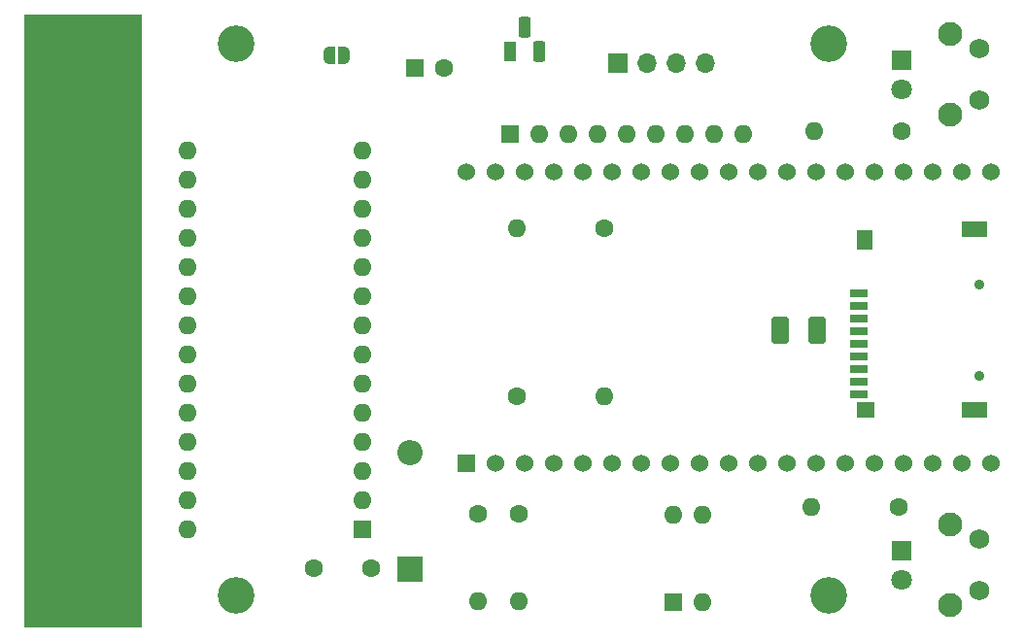
<source format=gbr>
%TF.GenerationSoftware,KiCad,Pcbnew,8.0.4*%
%TF.CreationDate,2024-08-25T21:49:16-05:00*%
%TF.ProjectId,CoCo-FujiNet-Rev0000,436f436f-2d46-4756-9a69-4e65742d5265,Rev 0000*%
%TF.SameCoordinates,Original*%
%TF.FileFunction,Soldermask,Top*%
%TF.FilePolarity,Negative*%
%FSLAX46Y46*%
G04 Gerber Fmt 4.6, Leading zero omitted, Abs format (unit mm)*
G04 Created by KiCad (PCBNEW 8.0.4) date 2024-08-25 21:49:16*
%MOMM*%
%LPD*%
G01*
G04 APERTURE LIST*
G04 Aperture macros list*
%AMRoundRect*
0 Rectangle with rounded corners*
0 $1 Rounding radius*
0 $2 $3 $4 $5 $6 $7 $8 $9 X,Y pos of 4 corners*
0 Add a 4 corners polygon primitive as box body*
4,1,4,$2,$3,$4,$5,$6,$7,$8,$9,$2,$3,0*
0 Add four circle primitives for the rounded corners*
1,1,$1+$1,$2,$3*
1,1,$1+$1,$4,$5*
1,1,$1+$1,$6,$7*
1,1,$1+$1,$8,$9*
0 Add four rect primitives between the rounded corners*
20,1,$1+$1,$2,$3,$4,$5,0*
20,1,$1+$1,$4,$5,$6,$7,0*
20,1,$1+$1,$6,$7,$8,$9,0*
20,1,$1+$1,$8,$9,$2,$3,0*%
%AMFreePoly0*
4,1,19,0.500000,-0.750000,0.000000,-0.750000,0.000000,-0.744911,-0.071157,-0.744911,-0.207708,-0.704816,-0.327430,-0.627875,-0.420627,-0.520320,-0.479746,-0.390866,-0.500000,-0.250000,-0.500000,0.250000,-0.479746,0.390866,-0.420627,0.520320,-0.327430,0.627875,-0.207708,0.704816,-0.071157,0.744911,0.000000,0.744911,0.000000,0.750000,0.500000,0.750000,0.500000,-0.750000,0.500000,-0.750000,
$1*%
%AMFreePoly1*
4,1,19,0.000000,0.744911,0.071157,0.744911,0.207708,0.704816,0.327430,0.627875,0.420627,0.520320,0.479746,0.390866,0.500000,0.250000,0.500000,-0.250000,0.479746,-0.390866,0.420627,-0.520320,0.327430,-0.627875,0.207708,-0.704816,0.071157,-0.744911,0.000000,-0.744911,0.000000,-0.750000,-0.500000,-0.750000,-0.500000,0.750000,0.000000,0.750000,0.000000,0.744911,0.000000,0.744911,
$1*%
G04 Aperture macros list end*
%ADD10C,0.010000*%
%ADD11R,1.600000X1.600000*%
%ADD12O,1.600000X1.600000*%
%ADD13R,1.800000X1.800000*%
%ADD14C,1.800000*%
%ADD15C,2.100000*%
%ADD16C,1.750000*%
%ADD17R,1.700000X1.700000*%
%ADD18O,1.700000X1.700000*%
%ADD19C,3.200000*%
%ADD20C,1.600000*%
%ADD21R,1.530000X1.530000*%
%ADD22C,1.530000*%
%ADD23R,2.200000X2.200000*%
%ADD24O,2.200000X2.200000*%
%ADD25FreePoly0,180.000000*%
%ADD26FreePoly1,180.000000*%
%ADD27RoundRect,0.250001X0.499999X0.924999X-0.499999X0.924999X-0.499999X-0.924999X0.499999X-0.924999X0*%
%ADD28R,1.100000X1.800000*%
%ADD29RoundRect,0.275000X-0.275000X-0.625000X0.275000X-0.625000X0.275000X0.625000X-0.275000X0.625000X0*%
%ADD30RoundRect,0.102000X-4.762500X0.635000X-4.762500X-0.635000X4.762500X-0.635000X4.762500X0.635000X0*%
%ADD31RoundRect,0.102000X-4.171250X0.635000X-4.171250X-0.635000X4.171250X-0.635000X4.171250X0.635000X0*%
%ADD32C,0.900000*%
%ADD33R,1.600000X0.700000*%
%ADD34R,1.600000X1.400000*%
%ADD35R,2.200000X1.400000*%
%ADD36R,1.400000X1.800000*%
G04 APERTURE END LIST*
D10*
%TO.C,P1*%
X108184000Y-116619750D02*
X98024000Y-116619750D01*
X98024000Y-63279750D01*
X108184000Y-63279750D01*
X108184000Y-116619750D01*
G36*
X108184000Y-116619750D02*
G01*
X98024000Y-116619750D01*
X98024000Y-63279750D01*
X108184000Y-63279750D01*
X108184000Y-116619750D01*
G37*
%TD*%
D11*
%TO.C,U1*%
X127493000Y-108144500D03*
D12*
X127493000Y-105604500D03*
X127493000Y-103064500D03*
X127493000Y-100524500D03*
X127493000Y-97984500D03*
X127493000Y-95444500D03*
X127493000Y-92904500D03*
X127493000Y-90364500D03*
X127493000Y-87824500D03*
X127493000Y-85284500D03*
X127493000Y-82744500D03*
X127493000Y-80204500D03*
X127493000Y-77664500D03*
X127493000Y-75124500D03*
X112253000Y-75124500D03*
X112253000Y-77664500D03*
X112253000Y-80204500D03*
X112253000Y-82744500D03*
X112253000Y-85284500D03*
X112253000Y-87824500D03*
X112253000Y-90364500D03*
X112253000Y-92904500D03*
X112253000Y-95444500D03*
X112253000Y-97984500D03*
X112253000Y-100524500D03*
X112253000Y-103064500D03*
X112253000Y-105604500D03*
X112253000Y-108144500D03*
%TD*%
D13*
%TO.C,D2*%
X174478000Y-109987200D03*
D14*
X174478000Y-112527200D03*
%TD*%
D15*
%TO.C,SW2*%
X178739000Y-107737200D03*
X178739000Y-114747200D03*
D16*
X181229000Y-108987200D03*
X181229000Y-113487200D03*
%TD*%
D11*
%TO.C,SW1*%
X154584400Y-114528600D03*
D12*
X157124400Y-114528600D03*
X157124400Y-106908600D03*
X154584400Y-106908600D03*
%TD*%
D17*
%TO.C,J1*%
X149713000Y-67464500D03*
D18*
X152253000Y-67464500D03*
X154793000Y-67464500D03*
X157333000Y-67464500D03*
%TD*%
D19*
%TO.C,H1*%
X168148000Y-113919000D03*
%TD*%
D13*
%TO.C,D3*%
X174478000Y-67214500D03*
D14*
X174478000Y-69754500D03*
%TD*%
D20*
%TO.C,R1*%
X137515600Y-106807000D03*
D12*
X137515600Y-114427000D03*
%TD*%
D21*
%TO.C,U2*%
X136525000Y-102362000D03*
D22*
X139065000Y-102362000D03*
X141605000Y-102362000D03*
X144145000Y-102362000D03*
X146685000Y-102362000D03*
X149225000Y-102362000D03*
X151765000Y-102362000D03*
X154305000Y-102362000D03*
X156845000Y-102362000D03*
X159385000Y-102362000D03*
X161925000Y-102362000D03*
X164465000Y-102362000D03*
X167005000Y-102362000D03*
X169545000Y-102362000D03*
X172085000Y-102362000D03*
X174625000Y-102362000D03*
X177165000Y-102362000D03*
X179705000Y-102362000D03*
X182245000Y-102362000D03*
X182245000Y-76962000D03*
X179705000Y-76962000D03*
X177165000Y-76962000D03*
X174625000Y-76962000D03*
X172085000Y-76962000D03*
X169545000Y-76962000D03*
X167005000Y-76962000D03*
X164465000Y-76962000D03*
X161925000Y-76962000D03*
X159385000Y-76962000D03*
X156845000Y-76962000D03*
X154305000Y-76962000D03*
X151765000Y-76962000D03*
X149225000Y-76962000D03*
X146685000Y-76962000D03*
X144145000Y-76962000D03*
X141605000Y-76962000D03*
X139065000Y-76962000D03*
X136525000Y-76962000D03*
%TD*%
D20*
%TO.C,R3*%
X174244000Y-106172000D03*
D12*
X166624000Y-106172000D03*
%TD*%
D11*
%TO.C,C2*%
X132080000Y-67945000D03*
D20*
X134580000Y-67945000D03*
%TD*%
D23*
%TO.C,D1*%
X131648200Y-111607600D03*
D24*
X131648200Y-101447600D03*
%TD*%
D25*
%TO.C,JP1*%
X125857000Y-66802000D03*
D26*
X124557000Y-66802000D03*
%TD*%
D27*
%TO.C,C3*%
X167106000Y-90805000D03*
X163856000Y-90805000D03*
%TD*%
D20*
%TO.C,R2*%
X141097000Y-106807000D03*
D12*
X141097000Y-114427000D03*
%TD*%
D20*
%TO.C,R4*%
X174498000Y-73406000D03*
D12*
X166878000Y-73406000D03*
%TD*%
D20*
%TO.C,R5*%
X140970000Y-96520000D03*
D12*
X148590000Y-96520000D03*
%TD*%
D15*
%TO.C,SW3*%
X178739000Y-64964500D03*
X178739000Y-71974500D03*
D16*
X181229000Y-66214500D03*
X181229000Y-70714500D03*
%TD*%
D19*
%TO.C,H4*%
X116459000Y-113919000D03*
%TD*%
%TO.C,H3*%
X116459000Y-65786000D03*
%TD*%
D11*
%TO.C,RN1*%
X140335000Y-73660000D03*
D12*
X142875000Y-73660000D03*
X145415000Y-73660000D03*
X147955000Y-73660000D03*
X150495000Y-73660000D03*
X153035000Y-73660000D03*
X155575000Y-73660000D03*
X158115000Y-73660000D03*
X160655000Y-73660000D03*
%TD*%
D20*
%TO.C,C1*%
X123230000Y-111506000D03*
X128230000Y-111506000D03*
%TD*%
D19*
%TO.C,H2*%
X168148000Y-65786000D03*
%TD*%
D28*
%TO.C,Q1*%
X140335000Y-66440000D03*
D29*
X141605000Y-64370000D03*
X142875000Y-66440000D03*
%TD*%
D30*
%TO.C,P1*%
X103231000Y-65819750D03*
X103231000Y-68359750D03*
X103231000Y-70899750D03*
X103231000Y-73439750D03*
D31*
X103824000Y-75979750D03*
D30*
X103231000Y-78519750D03*
X103231000Y-81059750D03*
X103231000Y-83599750D03*
X103231000Y-86139750D03*
X103231000Y-88679750D03*
X103231000Y-91219750D03*
X103231000Y-93759750D03*
X103231000Y-96299750D03*
X103231000Y-98839750D03*
X103231000Y-101379750D03*
X103231000Y-103919750D03*
X103231000Y-106459750D03*
X103231000Y-108999750D03*
X103231000Y-111539750D03*
X103231000Y-114079750D03*
%TD*%
D32*
%TO.C,P2*%
X181248000Y-94786500D03*
X181248000Y-86786500D03*
D33*
X170748000Y-87586500D03*
X170748000Y-88686500D03*
X170748000Y-89786500D03*
X170748000Y-90886500D03*
X170748000Y-91986500D03*
X170748000Y-93086500D03*
X170748000Y-94186500D03*
X170748000Y-95286500D03*
X170748000Y-96386500D03*
D34*
X171348000Y-97686500D03*
D35*
X180848000Y-97686500D03*
X180848000Y-81986500D03*
D36*
X171248000Y-82886500D03*
%TD*%
D20*
%TO.C,R6*%
X148590000Y-81915000D03*
D12*
X140970000Y-81915000D03*
%TD*%
M02*

</source>
